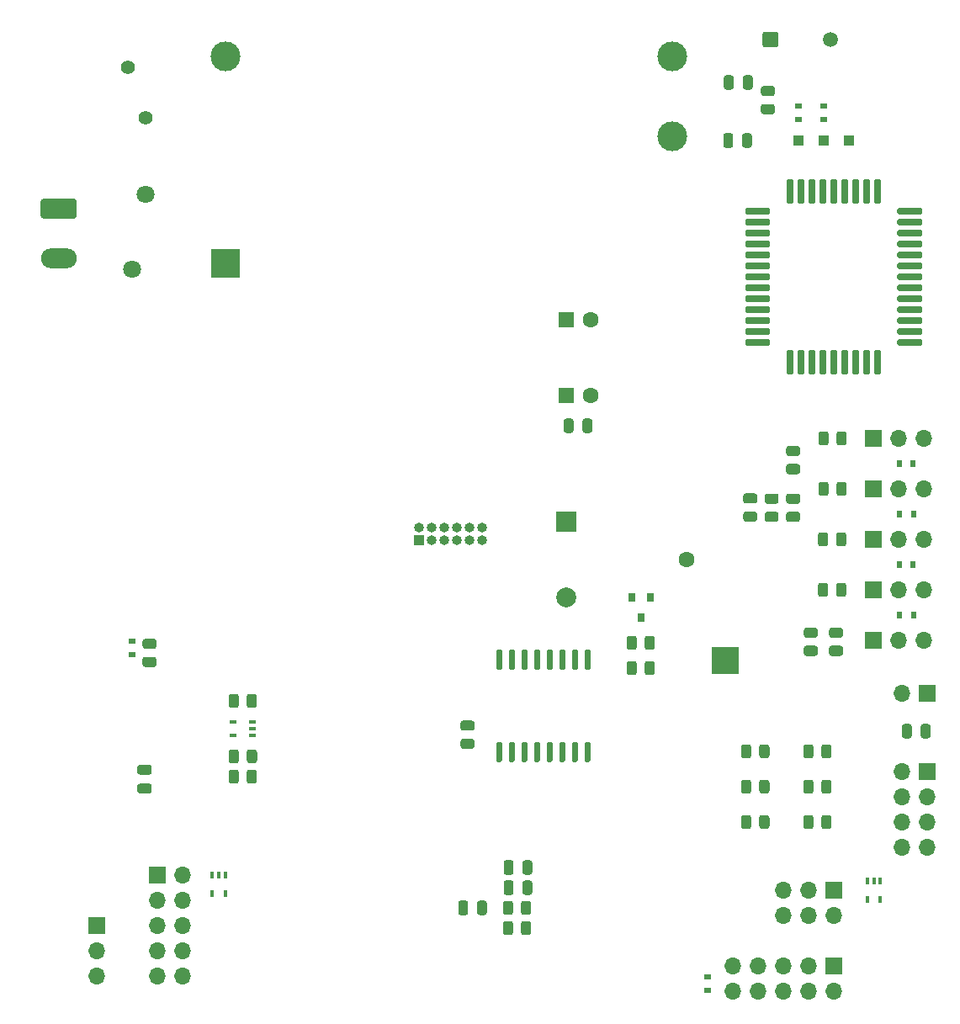
<source format=gbs>
%TF.GenerationSoftware,KiCad,Pcbnew,5.1.10-88a1d61d58~90~ubuntu20.04.1*%
%TF.CreationDate,2021-10-12T23:05:44+03:00*%
%TF.ProjectId,Schematic,53636865-6d61-4746-9963-2e6b69636164,rev?*%
%TF.SameCoordinates,Original*%
%TF.FileFunction,Soldermask,Bot*%
%TF.FilePolarity,Negative*%
%FSLAX46Y46*%
G04 Gerber Fmt 4.6, Leading zero omitted, Abs format (unit mm)*
G04 Created by KiCad (PCBNEW 5.1.10-88a1d61d58~90~ubuntu20.04.1) date 2021-10-12 23:05:44*
%MOMM*%
%LPD*%
G01*
G04 APERTURE LIST*
%ADD10C,1.600000*%
%ADD11R,1.600000X1.600000*%
%ADD12R,3.000000X3.000000*%
%ADD13C,3.000000*%
%ADD14R,0.700000X0.600000*%
%ADD15R,1.000000X1.000000*%
%ADD16O,1.700000X1.700000*%
%ADD17R,1.700000X1.700000*%
%ADD18R,0.600000X0.700000*%
%ADD19R,0.400000X0.650000*%
%ADD20O,1.000000X1.000000*%
%ADD21R,0.800000X0.900000*%
%ADD22R,0.650000X0.400000*%
%ADD23C,1.500000*%
%ADD24C,1.800000*%
%ADD25O,3.600000X2.000000*%
%ADD26C,1.400000*%
%ADD27C,2.000000*%
%ADD28R,2.000000X2.000000*%
%ADD29R,2.700000X2.700000*%
G04 APERTURE END LIST*
G36*
G01*
X146615999Y-120899500D02*
X147516001Y-120899500D01*
G75*
G02*
X147766000Y-121149499I0J-249999D01*
G01*
X147766000Y-121674501D01*
G75*
G02*
X147516001Y-121924500I-249999J0D01*
G01*
X146615999Y-121924500D01*
G75*
G02*
X146366000Y-121674501I0J249999D01*
G01*
X146366000Y-121149499D01*
G75*
G02*
X146615999Y-120899500I249999J0D01*
G01*
G37*
G36*
G01*
X146615999Y-119074500D02*
X147516001Y-119074500D01*
G75*
G02*
X147766000Y-119324499I0J-249999D01*
G01*
X147766000Y-119849501D01*
G75*
G02*
X147516001Y-120099500I-249999J0D01*
G01*
X146615999Y-120099500D01*
G75*
G02*
X146366000Y-119849501I0J249999D01*
G01*
X146366000Y-119324499D01*
G75*
G02*
X146615999Y-119074500I249999J0D01*
G01*
G37*
G36*
G01*
X148024000Y-138397000D02*
X148024000Y-137447000D01*
G75*
G02*
X148274000Y-137197000I250000J0D01*
G01*
X148774000Y-137197000D01*
G75*
G02*
X149024000Y-137447000I0J-250000D01*
G01*
X149024000Y-138397000D01*
G75*
G02*
X148774000Y-138647000I-250000J0D01*
G01*
X148274000Y-138647000D01*
G75*
G02*
X148024000Y-138397000I0J250000D01*
G01*
G37*
G36*
G01*
X146124000Y-138397000D02*
X146124000Y-137447000D01*
G75*
G02*
X146374000Y-137197000I250000J0D01*
G01*
X146874000Y-137197000D01*
G75*
G02*
X147124000Y-137447000I0J-250000D01*
G01*
X147124000Y-138397000D01*
G75*
G02*
X146874000Y-138647000I-250000J0D01*
G01*
X146374000Y-138647000D01*
G75*
G02*
X146124000Y-138397000I0J250000D01*
G01*
G37*
D10*
X159472000Y-78740000D03*
D11*
X156972000Y-78740000D03*
D10*
X159472000Y-86360000D03*
D11*
X156972000Y-86360000D03*
D12*
X122688000Y-73064000D03*
D13*
X167688000Y-60264000D03*
X122688000Y-52264000D03*
X167688000Y-52264000D03*
D14*
X180340000Y-58612000D03*
X180340000Y-57212000D03*
X182880000Y-58612000D03*
X182880000Y-57212000D03*
D15*
X185420000Y-60706000D03*
X180340000Y-60706000D03*
X182880000Y-60706000D03*
D16*
X193012000Y-90678000D03*
X190472000Y-90678000D03*
D17*
X187932000Y-90678000D03*
D18*
X190500000Y-93218000D03*
X191900000Y-93218000D03*
X190500000Y-103378000D03*
X191900000Y-103378000D03*
X190562000Y-98298000D03*
X191962000Y-98298000D03*
X190562000Y-108458000D03*
X191962000Y-108458000D03*
D16*
X109728000Y-144780000D03*
X109728000Y-142240000D03*
D17*
X109728000Y-139700000D03*
D19*
X187310000Y-137094000D03*
X188610000Y-137094000D03*
X187960000Y-135194000D03*
X188610000Y-135194000D03*
X187310000Y-135194000D03*
D14*
X171196000Y-144842000D03*
X171196000Y-146242000D03*
D19*
X121382000Y-136520000D03*
X122682000Y-136520000D03*
X122032000Y-134620000D03*
X122682000Y-134620000D03*
X121382000Y-134620000D03*
D14*
X113284000Y-111060000D03*
X113284000Y-112460000D03*
D20*
X148528000Y-99664000D03*
X148528000Y-100934000D03*
X147258000Y-99664000D03*
X147258000Y-100934000D03*
X145988000Y-99664000D03*
X145988000Y-100934000D03*
X144718000Y-99664000D03*
X144718000Y-100934000D03*
X143448000Y-99664000D03*
X143448000Y-100934000D03*
X142178000Y-99664000D03*
D15*
X142178000Y-100934000D03*
G36*
G01*
X177512000Y-76447000D02*
X177512000Y-76797000D01*
G75*
G02*
X177337000Y-76972000I-175000J0D01*
G01*
X175187000Y-76972000D01*
G75*
G02*
X175012000Y-76797000I0J175000D01*
G01*
X175012000Y-76447000D01*
G75*
G02*
X175187000Y-76272000I175000J0D01*
G01*
X177337000Y-76272000D01*
G75*
G02*
X177512000Y-76447000I0J-175000D01*
G01*
G37*
G36*
G01*
X188487000Y-84272000D02*
X188137000Y-84272000D01*
G75*
G02*
X187962000Y-84097000I0J175000D01*
G01*
X187962000Y-81947000D01*
G75*
G02*
X188137000Y-81772000I175000J0D01*
G01*
X188487000Y-81772000D01*
G75*
G02*
X188662000Y-81947000I0J-175000D01*
G01*
X188662000Y-84097000D01*
G75*
G02*
X188487000Y-84272000I-175000J0D01*
G01*
G37*
G36*
G01*
X177512000Y-77547000D02*
X177512000Y-77897000D01*
G75*
G02*
X177337000Y-78072000I-175000J0D01*
G01*
X175187000Y-78072000D01*
G75*
G02*
X175012000Y-77897000I0J175000D01*
G01*
X175012000Y-77547000D01*
G75*
G02*
X175187000Y-77372000I175000J0D01*
G01*
X177337000Y-77372000D01*
G75*
G02*
X177512000Y-77547000I0J-175000D01*
G01*
G37*
G36*
G01*
X180437000Y-64572000D02*
X180787000Y-64572000D01*
G75*
G02*
X180962000Y-64747000I0J-175000D01*
G01*
X180962000Y-66897000D01*
G75*
G02*
X180787000Y-67072000I-175000J0D01*
G01*
X180437000Y-67072000D01*
G75*
G02*
X180262000Y-66897000I0J175000D01*
G01*
X180262000Y-64747000D01*
G75*
G02*
X180437000Y-64572000I175000J0D01*
G01*
G37*
G36*
G01*
X177512000Y-78647000D02*
X177512000Y-78997000D01*
G75*
G02*
X177337000Y-79172000I-175000J0D01*
G01*
X175187000Y-79172000D01*
G75*
G02*
X175012000Y-78997000I0J175000D01*
G01*
X175012000Y-78647000D01*
G75*
G02*
X175187000Y-78472000I175000J0D01*
G01*
X177337000Y-78472000D01*
G75*
G02*
X177512000Y-78647000I0J-175000D01*
G01*
G37*
G36*
G01*
X181887000Y-84272000D02*
X181537000Y-84272000D01*
G75*
G02*
X181362000Y-84097000I0J175000D01*
G01*
X181362000Y-81947000D01*
G75*
G02*
X181537000Y-81772000I175000J0D01*
G01*
X181887000Y-81772000D01*
G75*
G02*
X182062000Y-81947000I0J-175000D01*
G01*
X182062000Y-84097000D01*
G75*
G02*
X181887000Y-84272000I-175000J0D01*
G01*
G37*
G36*
G01*
X177512000Y-74247000D02*
X177512000Y-74597000D01*
G75*
G02*
X177337000Y-74772000I-175000J0D01*
G01*
X175187000Y-74772000D01*
G75*
G02*
X175012000Y-74597000I0J175000D01*
G01*
X175012000Y-74247000D01*
G75*
G02*
X175187000Y-74072000I175000J0D01*
G01*
X177337000Y-74072000D01*
G75*
G02*
X177512000Y-74247000I0J-175000D01*
G01*
G37*
G36*
G01*
X192812000Y-69847000D02*
X192812000Y-70197000D01*
G75*
G02*
X192637000Y-70372000I-175000J0D01*
G01*
X190487000Y-70372000D01*
G75*
G02*
X190312000Y-70197000I0J175000D01*
G01*
X190312000Y-69847000D01*
G75*
G02*
X190487000Y-69672000I175000J0D01*
G01*
X192637000Y-69672000D01*
G75*
G02*
X192812000Y-69847000I0J-175000D01*
G01*
G37*
G36*
G01*
X177512000Y-80847000D02*
X177512000Y-81197000D01*
G75*
G02*
X177337000Y-81372000I-175000J0D01*
G01*
X175187000Y-81372000D01*
G75*
G02*
X175012000Y-81197000I0J175000D01*
G01*
X175012000Y-80847000D01*
G75*
G02*
X175187000Y-80672000I175000J0D01*
G01*
X177337000Y-80672000D01*
G75*
G02*
X177512000Y-80847000I0J-175000D01*
G01*
G37*
G36*
G01*
X179337000Y-64572000D02*
X179687000Y-64572000D01*
G75*
G02*
X179862000Y-64747000I0J-175000D01*
G01*
X179862000Y-66897000D01*
G75*
G02*
X179687000Y-67072000I-175000J0D01*
G01*
X179337000Y-67072000D01*
G75*
G02*
X179162000Y-66897000I0J175000D01*
G01*
X179162000Y-64747000D01*
G75*
G02*
X179337000Y-64572000I175000J0D01*
G01*
G37*
G36*
G01*
X192812000Y-68747000D02*
X192812000Y-69097000D01*
G75*
G02*
X192637000Y-69272000I-175000J0D01*
G01*
X190487000Y-69272000D01*
G75*
G02*
X190312000Y-69097000I0J175000D01*
G01*
X190312000Y-68747000D01*
G75*
G02*
X190487000Y-68572000I175000J0D01*
G01*
X192637000Y-68572000D01*
G75*
G02*
X192812000Y-68747000I0J-175000D01*
G01*
G37*
G36*
G01*
X177512000Y-79747000D02*
X177512000Y-80097000D01*
G75*
G02*
X177337000Y-80272000I-175000J0D01*
G01*
X175187000Y-80272000D01*
G75*
G02*
X175012000Y-80097000I0J175000D01*
G01*
X175012000Y-79747000D01*
G75*
G02*
X175187000Y-79572000I175000J0D01*
G01*
X177337000Y-79572000D01*
G75*
G02*
X177512000Y-79747000I0J-175000D01*
G01*
G37*
G36*
G01*
X184087000Y-84272000D02*
X183737000Y-84272000D01*
G75*
G02*
X183562000Y-84097000I0J175000D01*
G01*
X183562000Y-81947000D01*
G75*
G02*
X183737000Y-81772000I175000J0D01*
G01*
X184087000Y-81772000D01*
G75*
G02*
X184262000Y-81947000I0J-175000D01*
G01*
X184262000Y-84097000D01*
G75*
G02*
X184087000Y-84272000I-175000J0D01*
G01*
G37*
G36*
G01*
X180787000Y-84272000D02*
X180437000Y-84272000D01*
G75*
G02*
X180262000Y-84097000I0J175000D01*
G01*
X180262000Y-81947000D01*
G75*
G02*
X180437000Y-81772000I175000J0D01*
G01*
X180787000Y-81772000D01*
G75*
G02*
X180962000Y-81947000I0J-175000D01*
G01*
X180962000Y-84097000D01*
G75*
G02*
X180787000Y-84272000I-175000J0D01*
G01*
G37*
G36*
G01*
X186287000Y-84272000D02*
X185937000Y-84272000D01*
G75*
G02*
X185762000Y-84097000I0J175000D01*
G01*
X185762000Y-81947000D01*
G75*
G02*
X185937000Y-81772000I175000J0D01*
G01*
X186287000Y-81772000D01*
G75*
G02*
X186462000Y-81947000I0J-175000D01*
G01*
X186462000Y-84097000D01*
G75*
G02*
X186287000Y-84272000I-175000J0D01*
G01*
G37*
G36*
G01*
X192812000Y-74247000D02*
X192812000Y-74597000D01*
G75*
G02*
X192637000Y-74772000I-175000J0D01*
G01*
X190487000Y-74772000D01*
G75*
G02*
X190312000Y-74597000I0J175000D01*
G01*
X190312000Y-74247000D01*
G75*
G02*
X190487000Y-74072000I175000J0D01*
G01*
X192637000Y-74072000D01*
G75*
G02*
X192812000Y-74247000I0J-175000D01*
G01*
G37*
G36*
G01*
X177512000Y-75347000D02*
X177512000Y-75697000D01*
G75*
G02*
X177337000Y-75872000I-175000J0D01*
G01*
X175187000Y-75872000D01*
G75*
G02*
X175012000Y-75697000I0J175000D01*
G01*
X175012000Y-75347000D01*
G75*
G02*
X175187000Y-75172000I175000J0D01*
G01*
X177337000Y-75172000D01*
G75*
G02*
X177512000Y-75347000I0J-175000D01*
G01*
G37*
G36*
G01*
X177512000Y-67647000D02*
X177512000Y-67997000D01*
G75*
G02*
X177337000Y-68172000I-175000J0D01*
G01*
X175187000Y-68172000D01*
G75*
G02*
X175012000Y-67997000I0J175000D01*
G01*
X175012000Y-67647000D01*
G75*
G02*
X175187000Y-67472000I175000J0D01*
G01*
X177337000Y-67472000D01*
G75*
G02*
X177512000Y-67647000I0J-175000D01*
G01*
G37*
G36*
G01*
X192812000Y-72047000D02*
X192812000Y-72397000D01*
G75*
G02*
X192637000Y-72572000I-175000J0D01*
G01*
X190487000Y-72572000D01*
G75*
G02*
X190312000Y-72397000I0J175000D01*
G01*
X190312000Y-72047000D01*
G75*
G02*
X190487000Y-71872000I175000J0D01*
G01*
X192637000Y-71872000D01*
G75*
G02*
X192812000Y-72047000I0J-175000D01*
G01*
G37*
G36*
G01*
X192812000Y-80847000D02*
X192812000Y-81197000D01*
G75*
G02*
X192637000Y-81372000I-175000J0D01*
G01*
X190487000Y-81372000D01*
G75*
G02*
X190312000Y-81197000I0J175000D01*
G01*
X190312000Y-80847000D01*
G75*
G02*
X190487000Y-80672000I175000J0D01*
G01*
X192637000Y-80672000D01*
G75*
G02*
X192812000Y-80847000I0J-175000D01*
G01*
G37*
G36*
G01*
X177512000Y-68747000D02*
X177512000Y-69097000D01*
G75*
G02*
X177337000Y-69272000I-175000J0D01*
G01*
X175187000Y-69272000D01*
G75*
G02*
X175012000Y-69097000I0J175000D01*
G01*
X175012000Y-68747000D01*
G75*
G02*
X175187000Y-68572000I175000J0D01*
G01*
X177337000Y-68572000D01*
G75*
G02*
X177512000Y-68747000I0J-175000D01*
G01*
G37*
G36*
G01*
X177512000Y-70947000D02*
X177512000Y-71297000D01*
G75*
G02*
X177337000Y-71472000I-175000J0D01*
G01*
X175187000Y-71472000D01*
G75*
G02*
X175012000Y-71297000I0J175000D01*
G01*
X175012000Y-70947000D01*
G75*
G02*
X175187000Y-70772000I175000J0D01*
G01*
X177337000Y-70772000D01*
G75*
G02*
X177512000Y-70947000I0J-175000D01*
G01*
G37*
G36*
G01*
X185187000Y-84272000D02*
X184837000Y-84272000D01*
G75*
G02*
X184662000Y-84097000I0J175000D01*
G01*
X184662000Y-81947000D01*
G75*
G02*
X184837000Y-81772000I175000J0D01*
G01*
X185187000Y-81772000D01*
G75*
G02*
X185362000Y-81947000I0J-175000D01*
G01*
X185362000Y-84097000D01*
G75*
G02*
X185187000Y-84272000I-175000J0D01*
G01*
G37*
G36*
G01*
X187387000Y-84272000D02*
X187037000Y-84272000D01*
G75*
G02*
X186862000Y-84097000I0J175000D01*
G01*
X186862000Y-81947000D01*
G75*
G02*
X187037000Y-81772000I175000J0D01*
G01*
X187387000Y-81772000D01*
G75*
G02*
X187562000Y-81947000I0J-175000D01*
G01*
X187562000Y-84097000D01*
G75*
G02*
X187387000Y-84272000I-175000J0D01*
G01*
G37*
G36*
G01*
X192812000Y-73147000D02*
X192812000Y-73497000D01*
G75*
G02*
X192637000Y-73672000I-175000J0D01*
G01*
X190487000Y-73672000D01*
G75*
G02*
X190312000Y-73497000I0J175000D01*
G01*
X190312000Y-73147000D01*
G75*
G02*
X190487000Y-72972000I175000J0D01*
G01*
X192637000Y-72972000D01*
G75*
G02*
X192812000Y-73147000I0J-175000D01*
G01*
G37*
G36*
G01*
X192812000Y-79747000D02*
X192812000Y-80097000D01*
G75*
G02*
X192637000Y-80272000I-175000J0D01*
G01*
X190487000Y-80272000D01*
G75*
G02*
X190312000Y-80097000I0J175000D01*
G01*
X190312000Y-79747000D01*
G75*
G02*
X190487000Y-79572000I175000J0D01*
G01*
X192637000Y-79572000D01*
G75*
G02*
X192812000Y-79747000I0J-175000D01*
G01*
G37*
G36*
G01*
X192812000Y-76447000D02*
X192812000Y-76797000D01*
G75*
G02*
X192637000Y-76972000I-175000J0D01*
G01*
X190487000Y-76972000D01*
G75*
G02*
X190312000Y-76797000I0J175000D01*
G01*
X190312000Y-76447000D01*
G75*
G02*
X190487000Y-76272000I175000J0D01*
G01*
X192637000Y-76272000D01*
G75*
G02*
X192812000Y-76447000I0J-175000D01*
G01*
G37*
G36*
G01*
X192812000Y-75347000D02*
X192812000Y-75697000D01*
G75*
G02*
X192637000Y-75872000I-175000J0D01*
G01*
X190487000Y-75872000D01*
G75*
G02*
X190312000Y-75697000I0J175000D01*
G01*
X190312000Y-75347000D01*
G75*
G02*
X190487000Y-75172000I175000J0D01*
G01*
X192637000Y-75172000D01*
G75*
G02*
X192812000Y-75347000I0J-175000D01*
G01*
G37*
G36*
G01*
X177512000Y-69847000D02*
X177512000Y-70197000D01*
G75*
G02*
X177337000Y-70372000I-175000J0D01*
G01*
X175187000Y-70372000D01*
G75*
G02*
X175012000Y-70197000I0J175000D01*
G01*
X175012000Y-69847000D01*
G75*
G02*
X175187000Y-69672000I175000J0D01*
G01*
X177337000Y-69672000D01*
G75*
G02*
X177512000Y-69847000I0J-175000D01*
G01*
G37*
G36*
G01*
X192812000Y-78647000D02*
X192812000Y-78997000D01*
G75*
G02*
X192637000Y-79172000I-175000J0D01*
G01*
X190487000Y-79172000D01*
G75*
G02*
X190312000Y-78997000I0J175000D01*
G01*
X190312000Y-78647000D01*
G75*
G02*
X190487000Y-78472000I175000J0D01*
G01*
X192637000Y-78472000D01*
G75*
G02*
X192812000Y-78647000I0J-175000D01*
G01*
G37*
G36*
G01*
X182987000Y-84272000D02*
X182637000Y-84272000D01*
G75*
G02*
X182462000Y-84097000I0J175000D01*
G01*
X182462000Y-81947000D01*
G75*
G02*
X182637000Y-81772000I175000J0D01*
G01*
X182987000Y-81772000D01*
G75*
G02*
X183162000Y-81947000I0J-175000D01*
G01*
X183162000Y-84097000D01*
G75*
G02*
X182987000Y-84272000I-175000J0D01*
G01*
G37*
G36*
G01*
X181537000Y-64572000D02*
X181887000Y-64572000D01*
G75*
G02*
X182062000Y-64747000I0J-175000D01*
G01*
X182062000Y-66897000D01*
G75*
G02*
X181887000Y-67072000I-175000J0D01*
G01*
X181537000Y-67072000D01*
G75*
G02*
X181362000Y-66897000I0J175000D01*
G01*
X181362000Y-64747000D01*
G75*
G02*
X181537000Y-64572000I175000J0D01*
G01*
G37*
G36*
G01*
X187037000Y-64572000D02*
X187387000Y-64572000D01*
G75*
G02*
X187562000Y-64747000I0J-175000D01*
G01*
X187562000Y-66897000D01*
G75*
G02*
X187387000Y-67072000I-175000J0D01*
G01*
X187037000Y-67072000D01*
G75*
G02*
X186862000Y-66897000I0J175000D01*
G01*
X186862000Y-64747000D01*
G75*
G02*
X187037000Y-64572000I175000J0D01*
G01*
G37*
G36*
G01*
X192812000Y-70947000D02*
X192812000Y-71297000D01*
G75*
G02*
X192637000Y-71472000I-175000J0D01*
G01*
X190487000Y-71472000D01*
G75*
G02*
X190312000Y-71297000I0J175000D01*
G01*
X190312000Y-70947000D01*
G75*
G02*
X190487000Y-70772000I175000J0D01*
G01*
X192637000Y-70772000D01*
G75*
G02*
X192812000Y-70947000I0J-175000D01*
G01*
G37*
G36*
G01*
X192812000Y-77547000D02*
X192812000Y-77897000D01*
G75*
G02*
X192637000Y-78072000I-175000J0D01*
G01*
X190487000Y-78072000D01*
G75*
G02*
X190312000Y-77897000I0J175000D01*
G01*
X190312000Y-77547000D01*
G75*
G02*
X190487000Y-77372000I175000J0D01*
G01*
X192637000Y-77372000D01*
G75*
G02*
X192812000Y-77547000I0J-175000D01*
G01*
G37*
G36*
G01*
X177512000Y-73147000D02*
X177512000Y-73497000D01*
G75*
G02*
X177337000Y-73672000I-175000J0D01*
G01*
X175187000Y-73672000D01*
G75*
G02*
X175012000Y-73497000I0J175000D01*
G01*
X175012000Y-73147000D01*
G75*
G02*
X175187000Y-72972000I175000J0D01*
G01*
X177337000Y-72972000D01*
G75*
G02*
X177512000Y-73147000I0J-175000D01*
G01*
G37*
G36*
G01*
X182637000Y-64572000D02*
X182987000Y-64572000D01*
G75*
G02*
X183162000Y-64747000I0J-175000D01*
G01*
X183162000Y-66897000D01*
G75*
G02*
X182987000Y-67072000I-175000J0D01*
G01*
X182637000Y-67072000D01*
G75*
G02*
X182462000Y-66897000I0J175000D01*
G01*
X182462000Y-64747000D01*
G75*
G02*
X182637000Y-64572000I175000J0D01*
G01*
G37*
G36*
G01*
X185937000Y-64572000D02*
X186287000Y-64572000D01*
G75*
G02*
X186462000Y-64747000I0J-175000D01*
G01*
X186462000Y-66897000D01*
G75*
G02*
X186287000Y-67072000I-175000J0D01*
G01*
X185937000Y-67072000D01*
G75*
G02*
X185762000Y-66897000I0J175000D01*
G01*
X185762000Y-64747000D01*
G75*
G02*
X185937000Y-64572000I175000J0D01*
G01*
G37*
G36*
G01*
X188137000Y-64572000D02*
X188487000Y-64572000D01*
G75*
G02*
X188662000Y-64747000I0J-175000D01*
G01*
X188662000Y-66897000D01*
G75*
G02*
X188487000Y-67072000I-175000J0D01*
G01*
X188137000Y-67072000D01*
G75*
G02*
X187962000Y-66897000I0J175000D01*
G01*
X187962000Y-64747000D01*
G75*
G02*
X188137000Y-64572000I175000J0D01*
G01*
G37*
G36*
G01*
X183737000Y-64572000D02*
X184087000Y-64572000D01*
G75*
G02*
X184262000Y-64747000I0J-175000D01*
G01*
X184262000Y-66897000D01*
G75*
G02*
X184087000Y-67072000I-175000J0D01*
G01*
X183737000Y-67072000D01*
G75*
G02*
X183562000Y-66897000I0J175000D01*
G01*
X183562000Y-64747000D01*
G75*
G02*
X183737000Y-64572000I175000J0D01*
G01*
G37*
G36*
G01*
X177512000Y-72047000D02*
X177512000Y-72397000D01*
G75*
G02*
X177337000Y-72572000I-175000J0D01*
G01*
X175187000Y-72572000D01*
G75*
G02*
X175012000Y-72397000I0J175000D01*
G01*
X175012000Y-72047000D01*
G75*
G02*
X175187000Y-71872000I175000J0D01*
G01*
X177337000Y-71872000D01*
G75*
G02*
X177512000Y-72047000I0J-175000D01*
G01*
G37*
G36*
G01*
X179687000Y-84272000D02*
X179337000Y-84272000D01*
G75*
G02*
X179162000Y-84097000I0J175000D01*
G01*
X179162000Y-81947000D01*
G75*
G02*
X179337000Y-81772000I175000J0D01*
G01*
X179687000Y-81772000D01*
G75*
G02*
X179862000Y-81947000I0J-175000D01*
G01*
X179862000Y-84097000D01*
G75*
G02*
X179687000Y-84272000I-175000J0D01*
G01*
G37*
G36*
G01*
X184837000Y-64572000D02*
X185187000Y-64572000D01*
G75*
G02*
X185362000Y-64747000I0J-175000D01*
G01*
X185362000Y-66897000D01*
G75*
G02*
X185187000Y-67072000I-175000J0D01*
G01*
X184837000Y-67072000D01*
G75*
G02*
X184662000Y-66897000I0J175000D01*
G01*
X184662000Y-64747000D01*
G75*
G02*
X184837000Y-64572000I175000J0D01*
G01*
G37*
G36*
G01*
X192812000Y-67647000D02*
X192812000Y-67997000D01*
G75*
G02*
X192637000Y-68172000I-175000J0D01*
G01*
X190487000Y-68172000D01*
G75*
G02*
X190312000Y-67997000I0J175000D01*
G01*
X190312000Y-67647000D01*
G75*
G02*
X190487000Y-67472000I175000J0D01*
G01*
X192637000Y-67472000D01*
G75*
G02*
X192812000Y-67647000I0J-175000D01*
G01*
G37*
G36*
G01*
X176841999Y-57042000D02*
X177742001Y-57042000D01*
G75*
G02*
X177992000Y-57291999I0J-249999D01*
G01*
X177992000Y-57817001D01*
G75*
G02*
X177742001Y-58067000I-249999J0D01*
G01*
X176841999Y-58067000D01*
G75*
G02*
X176592000Y-57817001I0J249999D01*
G01*
X176592000Y-57291999D01*
G75*
G02*
X176841999Y-57042000I249999J0D01*
G01*
G37*
G36*
G01*
X176841999Y-55217000D02*
X177742001Y-55217000D01*
G75*
G02*
X177992000Y-55466999I0J-249999D01*
G01*
X177992000Y-55992001D01*
G75*
G02*
X177742001Y-56242000I-249999J0D01*
G01*
X176841999Y-56242000D01*
G75*
G02*
X176592000Y-55992001I0J249999D01*
G01*
X176592000Y-55466999D01*
G75*
G02*
X176841999Y-55217000I249999J0D01*
G01*
G37*
G36*
G01*
X180282001Y-97263000D02*
X179381999Y-97263000D01*
G75*
G02*
X179132000Y-97013001I0J249999D01*
G01*
X179132000Y-96487999D01*
G75*
G02*
X179381999Y-96238000I249999J0D01*
G01*
X180282001Y-96238000D01*
G75*
G02*
X180532000Y-96487999I0J-249999D01*
G01*
X180532000Y-97013001D01*
G75*
G02*
X180282001Y-97263000I-249999J0D01*
G01*
G37*
G36*
G01*
X180282001Y-99088000D02*
X179381999Y-99088000D01*
G75*
G02*
X179132000Y-98838001I0J249999D01*
G01*
X179132000Y-98312999D01*
G75*
G02*
X179381999Y-98063000I249999J0D01*
G01*
X180282001Y-98063000D01*
G75*
G02*
X180532000Y-98312999I0J-249999D01*
G01*
X180532000Y-98838001D01*
G75*
G02*
X180282001Y-99088000I-249999J0D01*
G01*
G37*
G36*
G01*
X178123001Y-97263000D02*
X177222999Y-97263000D01*
G75*
G02*
X176973000Y-97013001I0J249999D01*
G01*
X176973000Y-96487999D01*
G75*
G02*
X177222999Y-96238000I249999J0D01*
G01*
X178123001Y-96238000D01*
G75*
G02*
X178373000Y-96487999I0J-249999D01*
G01*
X178373000Y-97013001D01*
G75*
G02*
X178123001Y-97263000I-249999J0D01*
G01*
G37*
G36*
G01*
X178123001Y-99088000D02*
X177222999Y-99088000D01*
G75*
G02*
X176973000Y-98838001I0J249999D01*
G01*
X176973000Y-98312999D01*
G75*
G02*
X177222999Y-98063000I249999J0D01*
G01*
X178123001Y-98063000D01*
G75*
G02*
X178373000Y-98312999I0J-249999D01*
G01*
X178373000Y-98838001D01*
G75*
G02*
X178123001Y-99088000I-249999J0D01*
G01*
G37*
G36*
G01*
X175063999Y-98039500D02*
X175964001Y-98039500D01*
G75*
G02*
X176214000Y-98289499I0J-249999D01*
G01*
X176214000Y-98814501D01*
G75*
G02*
X175964001Y-99064500I-249999J0D01*
G01*
X175063999Y-99064500D01*
G75*
G02*
X174814000Y-98814501I0J249999D01*
G01*
X174814000Y-98289499D01*
G75*
G02*
X175063999Y-98039500I249999J0D01*
G01*
G37*
G36*
G01*
X175063999Y-96214500D02*
X175964001Y-96214500D01*
G75*
G02*
X176214000Y-96464499I0J-249999D01*
G01*
X176214000Y-96989501D01*
G75*
G02*
X175964001Y-97239500I-249999J0D01*
G01*
X175063999Y-97239500D01*
G75*
G02*
X174814000Y-96989501I0J249999D01*
G01*
X174814000Y-96464499D01*
G75*
G02*
X175063999Y-96214500I249999J0D01*
G01*
G37*
G36*
G01*
X179381999Y-93260500D02*
X180282001Y-93260500D01*
G75*
G02*
X180532000Y-93510499I0J-249999D01*
G01*
X180532000Y-94035501D01*
G75*
G02*
X180282001Y-94285500I-249999J0D01*
G01*
X179381999Y-94285500D01*
G75*
G02*
X179132000Y-94035501I0J249999D01*
G01*
X179132000Y-93510499D01*
G75*
G02*
X179381999Y-93260500I249999J0D01*
G01*
G37*
G36*
G01*
X179381999Y-91435500D02*
X180282001Y-91435500D01*
G75*
G02*
X180532000Y-91685499I0J-249999D01*
G01*
X180532000Y-92210501D01*
G75*
G02*
X180282001Y-92460500I-249999J0D01*
G01*
X179381999Y-92460500D01*
G75*
G02*
X179132000Y-92210501I0J249999D01*
G01*
X179132000Y-91685499D01*
G75*
G02*
X179381999Y-91435500I249999J0D01*
G01*
G37*
D21*
X164526000Y-108680000D03*
X165476000Y-106680000D03*
X163576000Y-106680000D03*
D22*
X123510000Y-119238000D03*
X123510000Y-120538000D03*
X125410000Y-119888000D03*
X125410000Y-120538000D03*
X125410000Y-119238000D03*
G36*
G01*
X173860000Y-54389000D02*
X173860000Y-55339000D01*
G75*
G02*
X173610000Y-55589000I-250000J0D01*
G01*
X173110000Y-55589000D01*
G75*
G02*
X172860000Y-55339000I0J250000D01*
G01*
X172860000Y-54389000D01*
G75*
G02*
X173110000Y-54139000I250000J0D01*
G01*
X173610000Y-54139000D01*
G75*
G02*
X173860000Y-54389000I0J-250000D01*
G01*
G37*
G36*
G01*
X175760000Y-54389000D02*
X175760000Y-55339000D01*
G75*
G02*
X175510000Y-55589000I-250000J0D01*
G01*
X175010000Y-55589000D01*
G75*
G02*
X174760000Y-55339000I0J250000D01*
G01*
X174760000Y-54389000D01*
G75*
G02*
X175010000Y-54139000I250000J0D01*
G01*
X175510000Y-54139000D01*
G75*
G02*
X175760000Y-54389000I0J-250000D01*
G01*
G37*
G36*
G01*
X173794000Y-60231000D02*
X173794000Y-61181000D01*
G75*
G02*
X173544000Y-61431000I-250000J0D01*
G01*
X173044000Y-61431000D01*
G75*
G02*
X172794000Y-61181000I0J250000D01*
G01*
X172794000Y-60231000D01*
G75*
G02*
X173044000Y-59981000I250000J0D01*
G01*
X173544000Y-59981000D01*
G75*
G02*
X173794000Y-60231000I0J-250000D01*
G01*
G37*
G36*
G01*
X175694000Y-60231000D02*
X175694000Y-61181000D01*
G75*
G02*
X175444000Y-61431000I-250000J0D01*
G01*
X174944000Y-61431000D01*
G75*
G02*
X174694000Y-61181000I0J250000D01*
G01*
X174694000Y-60231000D01*
G75*
G02*
X174944000Y-59981000I250000J0D01*
G01*
X175444000Y-59981000D01*
G75*
G02*
X175694000Y-60231000I0J-250000D01*
G01*
G37*
D23*
X183546000Y-50546000D03*
G36*
G01*
X178096000Y-51346000D02*
X176996000Y-51346000D01*
G75*
G02*
X176746000Y-51096000I0J250000D01*
G01*
X176746000Y-49996000D01*
G75*
G02*
X176996000Y-49746000I250000J0D01*
G01*
X178096000Y-49746000D01*
G75*
G02*
X178346000Y-49996000I0J-250000D01*
G01*
X178346000Y-51096000D01*
G75*
G02*
X178096000Y-51346000I-250000J0D01*
G01*
G37*
G36*
G01*
X150091000Y-121227000D02*
X150391000Y-121227000D01*
G75*
G02*
X150541000Y-121377000I0J-150000D01*
G01*
X150541000Y-123127000D01*
G75*
G02*
X150391000Y-123277000I-150000J0D01*
G01*
X150091000Y-123277000D01*
G75*
G02*
X149941000Y-123127000I0J150000D01*
G01*
X149941000Y-121377000D01*
G75*
G02*
X150091000Y-121227000I150000J0D01*
G01*
G37*
G36*
G01*
X151361000Y-121227000D02*
X151661000Y-121227000D01*
G75*
G02*
X151811000Y-121377000I0J-150000D01*
G01*
X151811000Y-123127000D01*
G75*
G02*
X151661000Y-123277000I-150000J0D01*
G01*
X151361000Y-123277000D01*
G75*
G02*
X151211000Y-123127000I0J150000D01*
G01*
X151211000Y-121377000D01*
G75*
G02*
X151361000Y-121227000I150000J0D01*
G01*
G37*
G36*
G01*
X152631000Y-121227000D02*
X152931000Y-121227000D01*
G75*
G02*
X153081000Y-121377000I0J-150000D01*
G01*
X153081000Y-123127000D01*
G75*
G02*
X152931000Y-123277000I-150000J0D01*
G01*
X152631000Y-123277000D01*
G75*
G02*
X152481000Y-123127000I0J150000D01*
G01*
X152481000Y-121377000D01*
G75*
G02*
X152631000Y-121227000I150000J0D01*
G01*
G37*
G36*
G01*
X153901000Y-121227000D02*
X154201000Y-121227000D01*
G75*
G02*
X154351000Y-121377000I0J-150000D01*
G01*
X154351000Y-123127000D01*
G75*
G02*
X154201000Y-123277000I-150000J0D01*
G01*
X153901000Y-123277000D01*
G75*
G02*
X153751000Y-123127000I0J150000D01*
G01*
X153751000Y-121377000D01*
G75*
G02*
X153901000Y-121227000I150000J0D01*
G01*
G37*
G36*
G01*
X155171000Y-121227000D02*
X155471000Y-121227000D01*
G75*
G02*
X155621000Y-121377000I0J-150000D01*
G01*
X155621000Y-123127000D01*
G75*
G02*
X155471000Y-123277000I-150000J0D01*
G01*
X155171000Y-123277000D01*
G75*
G02*
X155021000Y-123127000I0J150000D01*
G01*
X155021000Y-121377000D01*
G75*
G02*
X155171000Y-121227000I150000J0D01*
G01*
G37*
G36*
G01*
X156441000Y-121227000D02*
X156741000Y-121227000D01*
G75*
G02*
X156891000Y-121377000I0J-150000D01*
G01*
X156891000Y-123127000D01*
G75*
G02*
X156741000Y-123277000I-150000J0D01*
G01*
X156441000Y-123277000D01*
G75*
G02*
X156291000Y-123127000I0J150000D01*
G01*
X156291000Y-121377000D01*
G75*
G02*
X156441000Y-121227000I150000J0D01*
G01*
G37*
G36*
G01*
X157711000Y-121227000D02*
X158011000Y-121227000D01*
G75*
G02*
X158161000Y-121377000I0J-150000D01*
G01*
X158161000Y-123127000D01*
G75*
G02*
X158011000Y-123277000I-150000J0D01*
G01*
X157711000Y-123277000D01*
G75*
G02*
X157561000Y-123127000I0J150000D01*
G01*
X157561000Y-121377000D01*
G75*
G02*
X157711000Y-121227000I150000J0D01*
G01*
G37*
G36*
G01*
X158981000Y-121227000D02*
X159281000Y-121227000D01*
G75*
G02*
X159431000Y-121377000I0J-150000D01*
G01*
X159431000Y-123127000D01*
G75*
G02*
X159281000Y-123277000I-150000J0D01*
G01*
X158981000Y-123277000D01*
G75*
G02*
X158831000Y-123127000I0J150000D01*
G01*
X158831000Y-121377000D01*
G75*
G02*
X158981000Y-121227000I150000J0D01*
G01*
G37*
G36*
G01*
X158981000Y-111927000D02*
X159281000Y-111927000D01*
G75*
G02*
X159431000Y-112077000I0J-150000D01*
G01*
X159431000Y-113827000D01*
G75*
G02*
X159281000Y-113977000I-150000J0D01*
G01*
X158981000Y-113977000D01*
G75*
G02*
X158831000Y-113827000I0J150000D01*
G01*
X158831000Y-112077000D01*
G75*
G02*
X158981000Y-111927000I150000J0D01*
G01*
G37*
G36*
G01*
X157711000Y-111927000D02*
X158011000Y-111927000D01*
G75*
G02*
X158161000Y-112077000I0J-150000D01*
G01*
X158161000Y-113827000D01*
G75*
G02*
X158011000Y-113977000I-150000J0D01*
G01*
X157711000Y-113977000D01*
G75*
G02*
X157561000Y-113827000I0J150000D01*
G01*
X157561000Y-112077000D01*
G75*
G02*
X157711000Y-111927000I150000J0D01*
G01*
G37*
G36*
G01*
X156441000Y-111927000D02*
X156741000Y-111927000D01*
G75*
G02*
X156891000Y-112077000I0J-150000D01*
G01*
X156891000Y-113827000D01*
G75*
G02*
X156741000Y-113977000I-150000J0D01*
G01*
X156441000Y-113977000D01*
G75*
G02*
X156291000Y-113827000I0J150000D01*
G01*
X156291000Y-112077000D01*
G75*
G02*
X156441000Y-111927000I150000J0D01*
G01*
G37*
G36*
G01*
X155171000Y-111927000D02*
X155471000Y-111927000D01*
G75*
G02*
X155621000Y-112077000I0J-150000D01*
G01*
X155621000Y-113827000D01*
G75*
G02*
X155471000Y-113977000I-150000J0D01*
G01*
X155171000Y-113977000D01*
G75*
G02*
X155021000Y-113827000I0J150000D01*
G01*
X155021000Y-112077000D01*
G75*
G02*
X155171000Y-111927000I150000J0D01*
G01*
G37*
G36*
G01*
X153901000Y-111927000D02*
X154201000Y-111927000D01*
G75*
G02*
X154351000Y-112077000I0J-150000D01*
G01*
X154351000Y-113827000D01*
G75*
G02*
X154201000Y-113977000I-150000J0D01*
G01*
X153901000Y-113977000D01*
G75*
G02*
X153751000Y-113827000I0J150000D01*
G01*
X153751000Y-112077000D01*
G75*
G02*
X153901000Y-111927000I150000J0D01*
G01*
G37*
G36*
G01*
X152631000Y-111927000D02*
X152931000Y-111927000D01*
G75*
G02*
X153081000Y-112077000I0J-150000D01*
G01*
X153081000Y-113827000D01*
G75*
G02*
X152931000Y-113977000I-150000J0D01*
G01*
X152631000Y-113977000D01*
G75*
G02*
X152481000Y-113827000I0J150000D01*
G01*
X152481000Y-112077000D01*
G75*
G02*
X152631000Y-111927000I150000J0D01*
G01*
G37*
G36*
G01*
X151361000Y-111927000D02*
X151661000Y-111927000D01*
G75*
G02*
X151811000Y-112077000I0J-150000D01*
G01*
X151811000Y-113827000D01*
G75*
G02*
X151661000Y-113977000I-150000J0D01*
G01*
X151361000Y-113977000D01*
G75*
G02*
X151211000Y-113827000I0J150000D01*
G01*
X151211000Y-112077000D01*
G75*
G02*
X151361000Y-111927000I150000J0D01*
G01*
G37*
G36*
G01*
X150091000Y-111927000D02*
X150391000Y-111927000D01*
G75*
G02*
X150541000Y-112077000I0J-150000D01*
G01*
X150541000Y-113827000D01*
G75*
G02*
X150391000Y-113977000I-150000J0D01*
G01*
X150091000Y-113977000D01*
G75*
G02*
X149941000Y-113827000I0J150000D01*
G01*
X149941000Y-112077000D01*
G75*
G02*
X150091000Y-111927000I150000J0D01*
G01*
G37*
D24*
X114684000Y-66160000D03*
X113284000Y-73660000D03*
G36*
G01*
X182060001Y-110748500D02*
X181159999Y-110748500D01*
G75*
G02*
X180910000Y-110498501I0J249999D01*
G01*
X180910000Y-109973499D01*
G75*
G02*
X181159999Y-109723500I249999J0D01*
G01*
X182060001Y-109723500D01*
G75*
G02*
X182310000Y-109973499I0J-249999D01*
G01*
X182310000Y-110498501D01*
G75*
G02*
X182060001Y-110748500I-249999J0D01*
G01*
G37*
G36*
G01*
X182060001Y-112573500D02*
X181159999Y-112573500D01*
G75*
G02*
X180910000Y-112323501I0J249999D01*
G01*
X180910000Y-111798499D01*
G75*
G02*
X181159999Y-111548500I249999J0D01*
G01*
X182060001Y-111548500D01*
G75*
G02*
X182310000Y-111798499I0J-249999D01*
G01*
X182310000Y-112323501D01*
G75*
G02*
X182060001Y-112573500I-249999J0D01*
G01*
G37*
G36*
G01*
X184600001Y-110748500D02*
X183699999Y-110748500D01*
G75*
G02*
X183450000Y-110498501I0J249999D01*
G01*
X183450000Y-109973499D01*
G75*
G02*
X183699999Y-109723500I249999J0D01*
G01*
X184600001Y-109723500D01*
G75*
G02*
X184850000Y-109973499I0J-249999D01*
G01*
X184850000Y-110498501D01*
G75*
G02*
X184600001Y-110748500I-249999J0D01*
G01*
G37*
G36*
G01*
X184600001Y-112573500D02*
X183699999Y-112573500D01*
G75*
G02*
X183450000Y-112323501I0J249999D01*
G01*
X183450000Y-111798499D01*
G75*
G02*
X183699999Y-111548500I249999J0D01*
G01*
X184600001Y-111548500D01*
G75*
G02*
X184850000Y-111798499I0J-249999D01*
G01*
X184850000Y-112323501D01*
G75*
G02*
X184600001Y-112573500I-249999J0D01*
G01*
G37*
G36*
G01*
X164088500Y-110801999D02*
X164088500Y-111702001D01*
G75*
G02*
X163838501Y-111952000I-249999J0D01*
G01*
X163313499Y-111952000D01*
G75*
G02*
X163063500Y-111702001I0J249999D01*
G01*
X163063500Y-110801999D01*
G75*
G02*
X163313499Y-110552000I249999J0D01*
G01*
X163838501Y-110552000D01*
G75*
G02*
X164088500Y-110801999I0J-249999D01*
G01*
G37*
G36*
G01*
X165913500Y-110801999D02*
X165913500Y-111702001D01*
G75*
G02*
X165663501Y-111952000I-249999J0D01*
G01*
X165138499Y-111952000D01*
G75*
G02*
X164888500Y-111702001I0J249999D01*
G01*
X164888500Y-110801999D01*
G75*
G02*
X165138499Y-110552000I249999J0D01*
G01*
X165663501Y-110552000D01*
G75*
G02*
X165913500Y-110801999I0J-249999D01*
G01*
G37*
G36*
G01*
X115512001Y-111868000D02*
X114611999Y-111868000D01*
G75*
G02*
X114362000Y-111618001I0J249999D01*
G01*
X114362000Y-111092999D01*
G75*
G02*
X114611999Y-110843000I249999J0D01*
G01*
X115512001Y-110843000D01*
G75*
G02*
X115762000Y-111092999I0J-249999D01*
G01*
X115762000Y-111618001D01*
G75*
G02*
X115512001Y-111868000I-249999J0D01*
G01*
G37*
G36*
G01*
X115512001Y-113693000D02*
X114611999Y-113693000D01*
G75*
G02*
X114362000Y-113443001I0J249999D01*
G01*
X114362000Y-112917999D01*
G75*
G02*
X114611999Y-112668000I249999J0D01*
G01*
X115512001Y-112668000D01*
G75*
G02*
X115762000Y-112917999I0J-249999D01*
G01*
X115762000Y-113443001D01*
G75*
G02*
X115512001Y-113693000I-249999J0D01*
G01*
G37*
G36*
G01*
X164888500Y-114242001D02*
X164888500Y-113341999D01*
G75*
G02*
X165138499Y-113092000I249999J0D01*
G01*
X165663501Y-113092000D01*
G75*
G02*
X165913500Y-113341999I0J-249999D01*
G01*
X165913500Y-114242001D01*
G75*
G02*
X165663501Y-114492000I-249999J0D01*
G01*
X165138499Y-114492000D01*
G75*
G02*
X164888500Y-114242001I0J249999D01*
G01*
G37*
G36*
G01*
X163063500Y-114242001D02*
X163063500Y-113341999D01*
G75*
G02*
X163313499Y-113092000I249999J0D01*
G01*
X163838501Y-113092000D01*
G75*
G02*
X164088500Y-113341999I0J-249999D01*
G01*
X164088500Y-114242001D01*
G75*
G02*
X163838501Y-114492000I-249999J0D01*
G01*
X163313499Y-114492000D01*
G75*
G02*
X163063500Y-114242001I0J249999D01*
G01*
G37*
G36*
G01*
X181868500Y-128835999D02*
X181868500Y-129736001D01*
G75*
G02*
X181618501Y-129986000I-249999J0D01*
G01*
X181093499Y-129986000D01*
G75*
G02*
X180843500Y-129736001I0J249999D01*
G01*
X180843500Y-128835999D01*
G75*
G02*
X181093499Y-128586000I249999J0D01*
G01*
X181618501Y-128586000D01*
G75*
G02*
X181868500Y-128835999I0J-249999D01*
G01*
G37*
G36*
G01*
X183693500Y-128835999D02*
X183693500Y-129736001D01*
G75*
G02*
X183443501Y-129986000I-249999J0D01*
G01*
X182918499Y-129986000D01*
G75*
G02*
X182668500Y-129736001I0J249999D01*
G01*
X182668500Y-128835999D01*
G75*
G02*
X182918499Y-128586000I249999J0D01*
G01*
X183443501Y-128586000D01*
G75*
G02*
X183693500Y-128835999I0J-249999D01*
G01*
G37*
G36*
G01*
X181868500Y-125279999D02*
X181868500Y-126180001D01*
G75*
G02*
X181618501Y-126430000I-249999J0D01*
G01*
X181093499Y-126430000D01*
G75*
G02*
X180843500Y-126180001I0J249999D01*
G01*
X180843500Y-125279999D01*
G75*
G02*
X181093499Y-125030000I249999J0D01*
G01*
X181618501Y-125030000D01*
G75*
G02*
X181868500Y-125279999I0J-249999D01*
G01*
G37*
G36*
G01*
X183693500Y-125279999D02*
X183693500Y-126180001D01*
G75*
G02*
X183443501Y-126430000I-249999J0D01*
G01*
X182918499Y-126430000D01*
G75*
G02*
X182668500Y-126180001I0J249999D01*
G01*
X182668500Y-125279999D01*
G75*
G02*
X182918499Y-125030000I249999J0D01*
G01*
X183443501Y-125030000D01*
G75*
G02*
X183693500Y-125279999I0J-249999D01*
G01*
G37*
G36*
G01*
X181868500Y-121723999D02*
X181868500Y-122624001D01*
G75*
G02*
X181618501Y-122874000I-249999J0D01*
G01*
X181093499Y-122874000D01*
G75*
G02*
X180843500Y-122624001I0J249999D01*
G01*
X180843500Y-121723999D01*
G75*
G02*
X181093499Y-121474000I249999J0D01*
G01*
X181618501Y-121474000D01*
G75*
G02*
X181868500Y-121723999I0J-249999D01*
G01*
G37*
G36*
G01*
X183693500Y-121723999D02*
X183693500Y-122624001D01*
G75*
G02*
X183443501Y-122874000I-249999J0D01*
G01*
X182918499Y-122874000D01*
G75*
G02*
X182668500Y-122624001I0J249999D01*
G01*
X182668500Y-121723999D01*
G75*
G02*
X182918499Y-121474000I249999J0D01*
G01*
X183443501Y-121474000D01*
G75*
G02*
X183693500Y-121723999I0J-249999D01*
G01*
G37*
G36*
G01*
X184192500Y-91128001D02*
X184192500Y-90227999D01*
G75*
G02*
X184442499Y-89978000I249999J0D01*
G01*
X184967501Y-89978000D01*
G75*
G02*
X185217500Y-90227999I0J-249999D01*
G01*
X185217500Y-91128001D01*
G75*
G02*
X184967501Y-91378000I-249999J0D01*
G01*
X184442499Y-91378000D01*
G75*
G02*
X184192500Y-91128001I0J249999D01*
G01*
G37*
G36*
G01*
X182367500Y-91128001D02*
X182367500Y-90227999D01*
G75*
G02*
X182617499Y-89978000I249999J0D01*
G01*
X183142501Y-89978000D01*
G75*
G02*
X183392500Y-90227999I0J-249999D01*
G01*
X183392500Y-91128001D01*
G75*
G02*
X183142501Y-91378000I-249999J0D01*
G01*
X182617499Y-91378000D01*
G75*
G02*
X182367500Y-91128001I0J249999D01*
G01*
G37*
G36*
G01*
X184145500Y-101288001D02*
X184145500Y-100387999D01*
G75*
G02*
X184395499Y-100138000I249999J0D01*
G01*
X184920501Y-100138000D01*
G75*
G02*
X185170500Y-100387999I0J-249999D01*
G01*
X185170500Y-101288001D01*
G75*
G02*
X184920501Y-101538000I-249999J0D01*
G01*
X184395499Y-101538000D01*
G75*
G02*
X184145500Y-101288001I0J249999D01*
G01*
G37*
G36*
G01*
X182320500Y-101288001D02*
X182320500Y-100387999D01*
G75*
G02*
X182570499Y-100138000I249999J0D01*
G01*
X183095501Y-100138000D01*
G75*
G02*
X183345500Y-100387999I0J-249999D01*
G01*
X183345500Y-101288001D01*
G75*
G02*
X183095501Y-101538000I-249999J0D01*
G01*
X182570499Y-101538000D01*
G75*
G02*
X182320500Y-101288001I0J249999D01*
G01*
G37*
G36*
G01*
X124836500Y-117544001D02*
X124836500Y-116643999D01*
G75*
G02*
X125086499Y-116394000I249999J0D01*
G01*
X125611501Y-116394000D01*
G75*
G02*
X125861500Y-116643999I0J-249999D01*
G01*
X125861500Y-117544001D01*
G75*
G02*
X125611501Y-117794000I-249999J0D01*
G01*
X125086499Y-117794000D01*
G75*
G02*
X124836500Y-117544001I0J249999D01*
G01*
G37*
G36*
G01*
X123011500Y-117544001D02*
X123011500Y-116643999D01*
G75*
G02*
X123261499Y-116394000I249999J0D01*
G01*
X123786501Y-116394000D01*
G75*
G02*
X124036500Y-116643999I0J-249999D01*
G01*
X124036500Y-117544001D01*
G75*
G02*
X123786501Y-117794000I-249999J0D01*
G01*
X123261499Y-117794000D01*
G75*
G02*
X123011500Y-117544001I0J249999D01*
G01*
G37*
G36*
G01*
X124060000Y-122231999D02*
X124060000Y-123132001D01*
G75*
G02*
X123810001Y-123382000I-249999J0D01*
G01*
X123284999Y-123382000D01*
G75*
G02*
X123035000Y-123132001I0J249999D01*
G01*
X123035000Y-122231999D01*
G75*
G02*
X123284999Y-121982000I249999J0D01*
G01*
X123810001Y-121982000D01*
G75*
G02*
X124060000Y-122231999I0J-249999D01*
G01*
G37*
G36*
G01*
X125885000Y-122231999D02*
X125885000Y-123132001D01*
G75*
G02*
X125635001Y-123382000I-249999J0D01*
G01*
X125109999Y-123382000D01*
G75*
G02*
X124860000Y-123132001I0J249999D01*
G01*
X124860000Y-122231999D01*
G75*
G02*
X125109999Y-121982000I249999J0D01*
G01*
X125635001Y-121982000D01*
G75*
G02*
X125885000Y-122231999I0J-249999D01*
G01*
G37*
G36*
G01*
X124036500Y-124263999D02*
X124036500Y-125164001D01*
G75*
G02*
X123786501Y-125414000I-249999J0D01*
G01*
X123261499Y-125414000D01*
G75*
G02*
X123011500Y-125164001I0J249999D01*
G01*
X123011500Y-124263999D01*
G75*
G02*
X123261499Y-124014000I249999J0D01*
G01*
X123786501Y-124014000D01*
G75*
G02*
X124036500Y-124263999I0J-249999D01*
G01*
G37*
G36*
G01*
X125861500Y-124263999D02*
X125861500Y-125164001D01*
G75*
G02*
X125611501Y-125414000I-249999J0D01*
G01*
X125086499Y-125414000D01*
G75*
G02*
X124836500Y-125164001I0J249999D01*
G01*
X124836500Y-124263999D01*
G75*
G02*
X125086499Y-124014000I249999J0D01*
G01*
X125611501Y-124014000D01*
G75*
G02*
X125861500Y-124263999I0J-249999D01*
G01*
G37*
G36*
G01*
X176422000Y-129736001D02*
X176422000Y-128835999D01*
G75*
G02*
X176671999Y-128586000I249999J0D01*
G01*
X177197001Y-128586000D01*
G75*
G02*
X177447000Y-128835999I0J-249999D01*
G01*
X177447000Y-129736001D01*
G75*
G02*
X177197001Y-129986000I-249999J0D01*
G01*
X176671999Y-129986000D01*
G75*
G02*
X176422000Y-129736001I0J249999D01*
G01*
G37*
G36*
G01*
X174597000Y-129736001D02*
X174597000Y-128835999D01*
G75*
G02*
X174846999Y-128586000I249999J0D01*
G01*
X175372001Y-128586000D01*
G75*
G02*
X175622000Y-128835999I0J-249999D01*
G01*
X175622000Y-129736001D01*
G75*
G02*
X175372001Y-129986000I-249999J0D01*
G01*
X174846999Y-129986000D01*
G75*
G02*
X174597000Y-129736001I0J249999D01*
G01*
G37*
G36*
G01*
X176422000Y-126180001D02*
X176422000Y-125279999D01*
G75*
G02*
X176671999Y-125030000I249999J0D01*
G01*
X177197001Y-125030000D01*
G75*
G02*
X177447000Y-125279999I0J-249999D01*
G01*
X177447000Y-126180001D01*
G75*
G02*
X177197001Y-126430000I-249999J0D01*
G01*
X176671999Y-126430000D01*
G75*
G02*
X176422000Y-126180001I0J249999D01*
G01*
G37*
G36*
G01*
X174597000Y-126180001D02*
X174597000Y-125279999D01*
G75*
G02*
X174846999Y-125030000I249999J0D01*
G01*
X175372001Y-125030000D01*
G75*
G02*
X175622000Y-125279999I0J-249999D01*
G01*
X175622000Y-126180001D01*
G75*
G02*
X175372001Y-126430000I-249999J0D01*
G01*
X174846999Y-126430000D01*
G75*
G02*
X174597000Y-126180001I0J249999D01*
G01*
G37*
G36*
G01*
X176422000Y-122624001D02*
X176422000Y-121723999D01*
G75*
G02*
X176671999Y-121474000I249999J0D01*
G01*
X177197001Y-121474000D01*
G75*
G02*
X177447000Y-121723999I0J-249999D01*
G01*
X177447000Y-122624001D01*
G75*
G02*
X177197001Y-122874000I-249999J0D01*
G01*
X176671999Y-122874000D01*
G75*
G02*
X176422000Y-122624001I0J249999D01*
G01*
G37*
G36*
G01*
X174597000Y-122624001D02*
X174597000Y-121723999D01*
G75*
G02*
X174846999Y-121474000I249999J0D01*
G01*
X175372001Y-121474000D01*
G75*
G02*
X175622000Y-121723999I0J-249999D01*
G01*
X175622000Y-122624001D01*
G75*
G02*
X175372001Y-122874000I-249999J0D01*
G01*
X174846999Y-122874000D01*
G75*
G02*
X174597000Y-122624001I0J249999D01*
G01*
G37*
G36*
G01*
X184192500Y-96208001D02*
X184192500Y-95307999D01*
G75*
G02*
X184442499Y-95058000I249999J0D01*
G01*
X184967501Y-95058000D01*
G75*
G02*
X185217500Y-95307999I0J-249999D01*
G01*
X185217500Y-96208001D01*
G75*
G02*
X184967501Y-96458000I-249999J0D01*
G01*
X184442499Y-96458000D01*
G75*
G02*
X184192500Y-96208001I0J249999D01*
G01*
G37*
G36*
G01*
X182367500Y-96208001D02*
X182367500Y-95307999D01*
G75*
G02*
X182617499Y-95058000I249999J0D01*
G01*
X183142501Y-95058000D01*
G75*
G02*
X183392500Y-95307999I0J-249999D01*
G01*
X183392500Y-96208001D01*
G75*
G02*
X183142501Y-96458000I-249999J0D01*
G01*
X182617499Y-96458000D01*
G75*
G02*
X182367500Y-96208001I0J249999D01*
G01*
G37*
G36*
G01*
X184145500Y-106368001D02*
X184145500Y-105467999D01*
G75*
G02*
X184395499Y-105218000I249999J0D01*
G01*
X184920501Y-105218000D01*
G75*
G02*
X185170500Y-105467999I0J-249999D01*
G01*
X185170500Y-106368001D01*
G75*
G02*
X184920501Y-106618000I-249999J0D01*
G01*
X184395499Y-106618000D01*
G75*
G02*
X184145500Y-106368001I0J249999D01*
G01*
G37*
G36*
G01*
X182320500Y-106368001D02*
X182320500Y-105467999D01*
G75*
G02*
X182570499Y-105218000I249999J0D01*
G01*
X183095501Y-105218000D01*
G75*
G02*
X183345500Y-105467999I0J-249999D01*
G01*
X183345500Y-106368001D01*
G75*
G02*
X183095501Y-106618000I-249999J0D01*
G01*
X182570499Y-106618000D01*
G75*
G02*
X182320500Y-106368001I0J249999D01*
G01*
G37*
G36*
G01*
X151642500Y-139503999D02*
X151642500Y-140404001D01*
G75*
G02*
X151392501Y-140654000I-249999J0D01*
G01*
X150867499Y-140654000D01*
G75*
G02*
X150617500Y-140404001I0J249999D01*
G01*
X150617500Y-139503999D01*
G75*
G02*
X150867499Y-139254000I249999J0D01*
G01*
X151392501Y-139254000D01*
G75*
G02*
X151642500Y-139503999I0J-249999D01*
G01*
G37*
G36*
G01*
X153467500Y-139503999D02*
X153467500Y-140404001D01*
G75*
G02*
X153217501Y-140654000I-249999J0D01*
G01*
X152692499Y-140654000D01*
G75*
G02*
X152442500Y-140404001I0J249999D01*
G01*
X152442500Y-139503999D01*
G75*
G02*
X152692499Y-139254000I249999J0D01*
G01*
X153217501Y-139254000D01*
G75*
G02*
X153467500Y-139503999I0J-249999D01*
G01*
G37*
G36*
G01*
X152442500Y-138372001D02*
X152442500Y-137471999D01*
G75*
G02*
X152692499Y-137222000I249999J0D01*
G01*
X153217501Y-137222000D01*
G75*
G02*
X153467500Y-137471999I0J-249999D01*
G01*
X153467500Y-138372001D01*
G75*
G02*
X153217501Y-138622000I-249999J0D01*
G01*
X152692499Y-138622000D01*
G75*
G02*
X152442500Y-138372001I0J249999D01*
G01*
G37*
G36*
G01*
X150617500Y-138372001D02*
X150617500Y-137471999D01*
G75*
G02*
X150867499Y-137222000I249999J0D01*
G01*
X151392501Y-137222000D01*
G75*
G02*
X151642500Y-137471999I0J-249999D01*
G01*
X151642500Y-138372001D01*
G75*
G02*
X151392501Y-138622000I-249999J0D01*
G01*
X150867499Y-138622000D01*
G75*
G02*
X150617500Y-138372001I0J249999D01*
G01*
G37*
D25*
X105918000Y-72564000D03*
G36*
G01*
X104368000Y-66564000D02*
X107468000Y-66564000D01*
G75*
G02*
X107718000Y-66814000I0J-250000D01*
G01*
X107718000Y-68314000D01*
G75*
G02*
X107468000Y-68564000I-250000J0D01*
G01*
X104368000Y-68564000D01*
G75*
G02*
X104118000Y-68314000I0J250000D01*
G01*
X104118000Y-66814000D01*
G75*
G02*
X104368000Y-66564000I250000J0D01*
G01*
G37*
D16*
X173736000Y-146304000D03*
X173736000Y-143764000D03*
X176276000Y-146304000D03*
X176276000Y-143764000D03*
X178816000Y-146304000D03*
X178816000Y-143764000D03*
X181356000Y-146304000D03*
X181356000Y-143764000D03*
X183896000Y-146304000D03*
D17*
X183896000Y-143764000D03*
D16*
X178816000Y-138684000D03*
X178816000Y-136144000D03*
X181356000Y-138684000D03*
X181356000Y-136144000D03*
X183896000Y-138684000D03*
D17*
X183896000Y-136144000D03*
D16*
X193012000Y-110998000D03*
X190472000Y-110998000D03*
D17*
X187932000Y-110998000D03*
D16*
X190754000Y-131826000D03*
X193294000Y-131826000D03*
X190754000Y-129286000D03*
X193294000Y-129286000D03*
X190754000Y-126746000D03*
X193294000Y-126746000D03*
X190754000Y-124206000D03*
D17*
X193294000Y-124206000D03*
D16*
X193012000Y-100838000D03*
X190472000Y-100838000D03*
D17*
X187932000Y-100838000D03*
D16*
X193012000Y-95758000D03*
X190472000Y-95758000D03*
D17*
X187932000Y-95758000D03*
D16*
X193012000Y-105918000D03*
X190472000Y-105918000D03*
D17*
X187932000Y-105918000D03*
D16*
X118364000Y-144780000D03*
X115824000Y-144780000D03*
X118364000Y-142240000D03*
X115824000Y-142240000D03*
X118364000Y-139700000D03*
X115824000Y-139700000D03*
X118364000Y-137160000D03*
X115824000Y-137160000D03*
X118364000Y-134620000D03*
D17*
X115824000Y-134620000D03*
D16*
X190754000Y-116332000D03*
D17*
X193294000Y-116332000D03*
D26*
X114688000Y-58420000D03*
X112888000Y-53320000D03*
G36*
G01*
X151696000Y-135415000D02*
X151696000Y-136365000D01*
G75*
G02*
X151446000Y-136615000I-250000J0D01*
G01*
X150946000Y-136615000D01*
G75*
G02*
X150696000Y-136365000I0J250000D01*
G01*
X150696000Y-135415000D01*
G75*
G02*
X150946000Y-135165000I250000J0D01*
G01*
X151446000Y-135165000D01*
G75*
G02*
X151696000Y-135415000I0J-250000D01*
G01*
G37*
G36*
G01*
X153596000Y-135415000D02*
X153596000Y-136365000D01*
G75*
G02*
X153346000Y-136615000I-250000J0D01*
G01*
X152846000Y-136615000D01*
G75*
G02*
X152596000Y-136365000I0J250000D01*
G01*
X152596000Y-135415000D01*
G75*
G02*
X152846000Y-135165000I250000J0D01*
G01*
X153346000Y-135165000D01*
G75*
G02*
X153596000Y-135415000I0J-250000D01*
G01*
G37*
G36*
G01*
X151696000Y-133383000D02*
X151696000Y-134333000D01*
G75*
G02*
X151446000Y-134583000I-250000J0D01*
G01*
X150946000Y-134583000D01*
G75*
G02*
X150696000Y-134333000I0J250000D01*
G01*
X150696000Y-133383000D01*
G75*
G02*
X150946000Y-133133000I250000J0D01*
G01*
X151446000Y-133133000D01*
G75*
G02*
X151696000Y-133383000I0J-250000D01*
G01*
G37*
G36*
G01*
X153596000Y-133383000D02*
X153596000Y-134333000D01*
G75*
G02*
X153346000Y-134583000I-250000J0D01*
G01*
X152846000Y-134583000D01*
G75*
G02*
X152596000Y-134333000I0J250000D01*
G01*
X152596000Y-133383000D01*
G75*
G02*
X152846000Y-133133000I250000J0D01*
G01*
X153346000Y-133133000D01*
G75*
G02*
X153596000Y-133383000I0J-250000D01*
G01*
G37*
G36*
G01*
X158626000Y-89883000D02*
X158626000Y-88933000D01*
G75*
G02*
X158876000Y-88683000I250000J0D01*
G01*
X159376000Y-88683000D01*
G75*
G02*
X159626000Y-88933000I0J-250000D01*
G01*
X159626000Y-89883000D01*
G75*
G02*
X159376000Y-90133000I-250000J0D01*
G01*
X158876000Y-90133000D01*
G75*
G02*
X158626000Y-89883000I0J250000D01*
G01*
G37*
G36*
G01*
X156726000Y-89883000D02*
X156726000Y-88933000D01*
G75*
G02*
X156976000Y-88683000I250000J0D01*
G01*
X157476000Y-88683000D01*
G75*
G02*
X157726000Y-88933000I0J-250000D01*
G01*
X157726000Y-89883000D01*
G75*
G02*
X157476000Y-90133000I-250000J0D01*
G01*
X156976000Y-90133000D01*
G75*
G02*
X156726000Y-89883000I0J250000D01*
G01*
G37*
G36*
G01*
X115029000Y-124518000D02*
X114079000Y-124518000D01*
G75*
G02*
X113829000Y-124268000I0J250000D01*
G01*
X113829000Y-123768000D01*
G75*
G02*
X114079000Y-123518000I250000J0D01*
G01*
X115029000Y-123518000D01*
G75*
G02*
X115279000Y-123768000I0J-250000D01*
G01*
X115279000Y-124268000D01*
G75*
G02*
X115029000Y-124518000I-250000J0D01*
G01*
G37*
G36*
G01*
X115029000Y-126418000D02*
X114079000Y-126418000D01*
G75*
G02*
X113829000Y-126168000I0J250000D01*
G01*
X113829000Y-125668000D01*
G75*
G02*
X114079000Y-125418000I250000J0D01*
G01*
X115029000Y-125418000D01*
G75*
G02*
X115279000Y-125668000I0J-250000D01*
G01*
X115279000Y-126168000D01*
G75*
G02*
X115029000Y-126418000I-250000J0D01*
G01*
G37*
G36*
G01*
X192662000Y-120617000D02*
X192662000Y-119667000D01*
G75*
G02*
X192912000Y-119417000I250000J0D01*
G01*
X193412000Y-119417000D01*
G75*
G02*
X193662000Y-119667000I0J-250000D01*
G01*
X193662000Y-120617000D01*
G75*
G02*
X193412000Y-120867000I-250000J0D01*
G01*
X192912000Y-120867000D01*
G75*
G02*
X192662000Y-120617000I0J250000D01*
G01*
G37*
G36*
G01*
X190762000Y-120617000D02*
X190762000Y-119667000D01*
G75*
G02*
X191012000Y-119417000I250000J0D01*
G01*
X191512000Y-119417000D01*
G75*
G02*
X191762000Y-119667000I0J-250000D01*
G01*
X191762000Y-120617000D01*
G75*
G02*
X191512000Y-120867000I-250000J0D01*
G01*
X191012000Y-120867000D01*
G75*
G02*
X190762000Y-120617000I0J250000D01*
G01*
G37*
D27*
X157000000Y-106660000D03*
D28*
X157000000Y-99060000D03*
D10*
X169124000Y-102860000D03*
D29*
X172974000Y-113030000D03*
M02*

</source>
